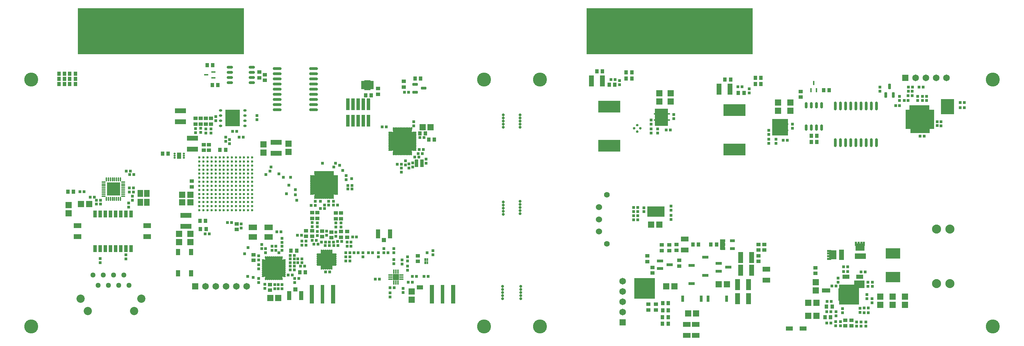
<source format=gts>
G04*
G04 #@! TF.GenerationSoftware,Altium Limited,Altium Designer,21.5.1 (32)*
G04*
G04 Layer_Color=8388736*
%FSLAX25Y25*%
%MOIN*%
G70*
G04*
G04 #@! TF.SameCoordinates,DFD27BC7-BC2E-4EA6-85E0-B657734EDDAB*
G04*
G04*
G04 #@! TF.FilePolarity,Negative*
G04*
G01*
G75*
%ADD15R,0.21300X0.11400*%
%ADD16R,0.01775X0.04375*%
%ADD27R,0.10600X0.10600*%
%ADD28R,0.01200X0.03200*%
%ADD29R,0.03200X0.01200*%
%ADD31R,0.02800X0.05900*%
%ADD32R,0.05900X0.02800*%
G04:AMPARAMS|DCode=34|XSize=51.18mil|YSize=23.62mil|CornerRadius=2.01mil|HoleSize=0mil|Usage=FLASHONLY|Rotation=90.000|XOffset=0mil|YOffset=0mil|HoleType=Round|Shape=RoundedRectangle|*
%AMROUNDEDRECTD34*
21,1,0.05118,0.01961,0,0,90.0*
21,1,0.04717,0.02362,0,0,90.0*
1,1,0.00402,0.00980,0.02358*
1,1,0.00402,0.00980,-0.02358*
1,1,0.00402,-0.00980,-0.02358*
1,1,0.00402,-0.00980,0.02358*
%
%ADD34ROUNDEDRECTD34*%
%ADD35R,0.02264X0.01378*%
%ADD36R,0.01378X0.02264*%
%ADD78R,0.03900X0.06100*%
%ADD80R,0.04375X0.01775*%
%ADD96R,0.01378X0.02264*%
%ADD97R,0.02264X0.01378*%
G04:AMPARAMS|DCode=98|XSize=51.18mil|YSize=23.62mil|CornerRadius=2.01mil|HoleSize=0mil|Usage=FLASHONLY|Rotation=0.000|XOffset=0mil|YOffset=0mil|HoleType=Round|Shape=RoundedRectangle|*
%AMROUNDEDRECTD98*
21,1,0.05118,0.01961,0,0,0.0*
21,1,0.04717,0.02362,0,0,0.0*
1,1,0.00402,0.02358,-0.00980*
1,1,0.00402,-0.02358,-0.00980*
1,1,0.00402,-0.02358,0.00980*
1,1,0.00402,0.02358,0.00980*
%
%ADD98ROUNDEDRECTD98*%
%ADD99R,0.04134X0.08661*%
%ADD100R,0.03937X0.04134*%
%ADD101R,0.03937X0.17953*%
%ADD102R,0.03347X0.17953*%
%ADD111C,0.08800*%
%ADD113C,0.06000*%
%ADD156R,0.13000X0.16500*%
%ADD157R,0.10000X0.07500*%
%ADD158R,0.08000X0.04000*%
%ADD159R,0.05000X0.10000*%
%ADD160R,0.11000X0.05500*%
%ADD161R,0.03000X0.12000*%
%ADD162R,0.19500X0.19500*%
%ADD163R,0.20500X0.20500*%
%ADD164R,0.16500X0.10000*%
%ADD165R,0.15500X0.16000*%
%ADD166R,0.18500X0.06000*%
%ADD167R,0.06000X0.18500*%
%ADD168R,0.19500X0.05500*%
%ADD169R,0.06500X0.18500*%
%ADD170R,0.13000X0.15000*%
%ADD171R,1.61500X0.44500*%
%ADD172R,0.06000X0.04200*%
%ADD173R,0.00500X0.02000*%
%ADD174R,0.03400X0.01000*%
%ADD175R,0.27000X0.19000*%
%ADD176R,0.19000X0.27000*%
%ADD177R,0.06000X0.08000*%
%ADD178R,0.03500X0.08000*%
%ADD179R,0.06000X0.03000*%
%ADD180R,0.19000X0.12000*%
%ADD181R,0.11000X0.19000*%
%ADD182R,0.27000X0.18000*%
%ADD183R,0.18000X0.27000*%
%ADD184R,0.23000X0.17000*%
%ADD185R,0.17000X0.23000*%
%ADD186R,0.02559X0.02953*%
%ADD187R,0.06890X0.03937*%
%ADD188R,0.02953X0.02559*%
%ADD189R,0.04665X0.03307*%
%ADD190R,0.02106X0.03307*%
%ADD191O,0.02762X0.06109*%
%ADD192R,0.04591X0.01791*%
%ADD193R,0.01791X0.04591*%
%ADD194R,0.17091X0.17091*%
%ADD195O,0.02953X0.01535*%
%ADD196O,0.01535X0.02953*%
%ADD197R,0.08661X0.08661*%
%ADD198R,0.03937X0.01693*%
%ADD199R,0.01693X0.03937*%
%ADD200R,0.10236X0.10236*%
%ADD201R,0.06496X0.06102*%
%ADD202R,0.06102X0.06496*%
%ADD203R,0.04921X0.03150*%
%ADD204O,0.02953X0.08465*%
%ADD205R,0.03937X0.01968*%
%ADD206R,0.06890X0.10039*%
%ADD207R,0.03740X0.04134*%
%ADD208R,0.04134X0.03740*%
%ADD209R,0.07284X0.04921*%
%ADD210R,0.06299X0.02953*%
%ADD211R,0.02191X0.04491*%
%ADD212R,0.04491X0.02191*%
%ADD213R,0.14091X0.10091*%
%ADD214R,0.30891X0.40591*%
%ADD215R,0.02559X0.40591*%
%ADD216R,0.04921X0.10827*%
%ADD217O,0.03150X0.02362*%
%ADD218R,0.13976X0.16339*%
%ADD219R,0.18701X0.18701*%
%ADD220O,0.04331X0.01378*%
%ADD221O,0.01378X0.04331*%
%ADD222R,0.02591X0.02591*%
%ADD223R,0.05709X0.06693*%
%ADD224R,0.12795X0.12795*%
%ADD225O,0.03937X0.01575*%
%ADD226O,0.01575X0.03937*%
%ADD227R,0.02284X0.02815*%
%ADD228R,0.01496X0.02815*%
%ADD229R,0.02815X0.01496*%
%ADD230R,0.02815X0.02284*%
%ADD231R,0.06496X0.06496*%
%ADD232O,0.04134X0.01575*%
%ADD233O,0.01575X0.04134*%
%ADD234R,0.03976X0.06221*%
%ADD235O,0.02165X0.01772*%
%ADD236R,0.03583X0.07087*%
%ADD237O,0.06109X0.02762*%
G04:AMPARAMS|DCode=238|XSize=33.53mil|YSize=16.2mil|CornerRadius=3.95mil|HoleSize=0mil|Usage=FLASHONLY|Rotation=0.000|XOffset=0mil|YOffset=0mil|HoleType=Round|Shape=RoundedRectangle|*
%AMROUNDEDRECTD238*
21,1,0.03353,0.00830,0,0,0.0*
21,1,0.02562,0.01620,0,0,0.0*
1,1,0.00791,0.01281,-0.00415*
1,1,0.00791,-0.01281,-0.00415*
1,1,0.00791,-0.01281,0.00415*
1,1,0.00791,0.01281,0.00415*
%
%ADD238ROUNDEDRECTD238*%
G04:AMPARAMS|DCode=239|XSize=169.35mil|YSize=19.75mil|CornerRadius=3.97mil|HoleSize=0mil|Usage=FLASHONLY|Rotation=0.000|XOffset=0mil|YOffset=0mil|HoleType=Round|Shape=RoundedRectangle|*
%AMROUNDEDRECTD239*
21,1,0.16935,0.01181,0,0,0.0*
21,1,0.16142,0.01975,0,0,0.0*
1,1,0.00794,0.08071,-0.00591*
1,1,0.00794,-0.08071,-0.00591*
1,1,0.00794,-0.08071,0.00591*
1,1,0.00794,0.08071,0.00591*
%
%ADD239ROUNDEDRECTD239*%
G04:AMPARAMS|DCode=240|XSize=13.84mil|YSize=23.68mil|CornerRadius=3.97mil|HoleSize=0mil|Usage=FLASHONLY|Rotation=90.000|XOffset=0mil|YOffset=0mil|HoleType=Round|Shape=RoundedRectangle|*
%AMROUNDEDRECTD240*
21,1,0.01384,0.01575,0,0,90.0*
21,1,0.00591,0.02368,0,0,90.0*
1,1,0.00794,0.00787,0.00295*
1,1,0.00794,0.00787,-0.00295*
1,1,0.00794,-0.00787,-0.00295*
1,1,0.00794,-0.00787,0.00295*
%
%ADD240ROUNDEDRECTD240*%
G04:AMPARAMS|DCode=241|XSize=13.84mil|YSize=23.68mil|CornerRadius=3.97mil|HoleSize=0mil|Usage=FLASHONLY|Rotation=0.000|XOffset=0mil|YOffset=0mil|HoleType=Round|Shape=RoundedRectangle|*
%AMROUNDEDRECTD241*
21,1,0.01384,0.01575,0,0,0.0*
21,1,0.00591,0.02368,0,0,0.0*
1,1,0.00794,0.00295,-0.00787*
1,1,0.00794,-0.00295,-0.00787*
1,1,0.00794,-0.00295,0.00787*
1,1,0.00794,0.00295,0.00787*
%
%ADD241ROUNDEDRECTD241*%
G04:AMPARAMS|DCode=242|XSize=13.84mil|YSize=47.31mil|CornerRadius=3.97mil|HoleSize=0mil|Usage=FLASHONLY|Rotation=0.000|XOffset=0mil|YOffset=0mil|HoleType=Round|Shape=RoundedRectangle|*
%AMROUNDEDRECTD242*
21,1,0.01384,0.03937,0,0,0.0*
21,1,0.00591,0.04731,0,0,0.0*
1,1,0.00794,0.00295,-0.01968*
1,1,0.00794,-0.00295,-0.01968*
1,1,0.00794,-0.00295,0.01968*
1,1,0.00794,0.00295,0.01968*
%
%ADD242ROUNDEDRECTD242*%
G04:AMPARAMS|DCode=243|XSize=169.35mil|YSize=113.84mil|CornerRadius=4.2mil|HoleSize=0mil|Usage=FLASHONLY|Rotation=0.000|XOffset=0mil|YOffset=0mil|HoleType=Round|Shape=RoundedRectangle|*
%AMROUNDEDRECTD243*
21,1,0.16935,0.10545,0,0,0.0*
21,1,0.16096,0.11384,0,0,0.0*
1,1,0.00839,0.08048,-0.05272*
1,1,0.00839,-0.08048,-0.05272*
1,1,0.00839,-0.08048,0.05272*
1,1,0.00839,0.08048,0.05272*
%
%ADD243ROUNDEDRECTD243*%
%ADD244C,0.02362*%
%ADD245R,0.03504X0.11575*%
%ADD246R,0.03543X0.03347*%
%ADD247R,0.08491X0.05291*%
%ADD248R,0.17520X0.17520*%
%ADD249O,0.03740X0.01575*%
%ADD250O,0.01575X0.03740*%
%ADD251O,0.08465X0.02953*%
%ADD252R,0.09646X0.09646*%
%ADD253R,0.02591X0.02591*%
%ADD254R,0.10827X0.04921*%
%ADD255C,0.02800*%
%ADD256C,0.13591*%
%ADD257C,0.05591*%
%ADD258C,0.06496*%
%ADD259R,0.06496X0.06496*%
%ADD260C,0.07991*%
%ADD261C,0.05091*%
G36*
X731101Y325763D02*
X731493Y325502D01*
X731754Y325110D01*
X731846Y324648D01*
X731754Y324186D01*
X731493Y323794D01*
X731101Y323532D01*
X730639Y323440D01*
X730177Y323532D01*
X729785Y323794D01*
X729523Y324186D01*
X729431Y324648D01*
X729523Y325110D01*
X729785Y325502D01*
X730177Y325763D01*
X730639Y325855D01*
X731101Y325763D01*
D02*
G37*
G36*
X734152Y322712D02*
X734544Y322450D01*
X734806Y322059D01*
X734898Y321597D01*
X734806Y321134D01*
X734544Y320743D01*
X734152Y320481D01*
X733690Y320389D01*
X733228Y320481D01*
X732836Y320743D01*
X732575Y321134D01*
X732483Y321597D01*
X732575Y322059D01*
X732836Y322450D01*
X733228Y322712D01*
X733690Y322804D01*
X734152Y322712D01*
D02*
G37*
G36*
X728050D02*
X728442Y322450D01*
X728703Y322059D01*
X728795Y321597D01*
X728703Y321134D01*
X728442Y320743D01*
X728050Y320481D01*
X727588Y320389D01*
X727126Y320481D01*
X726734Y320743D01*
X726472Y321134D01*
X726380Y321597D01*
X726472Y322059D01*
X726734Y322450D01*
X727126Y322712D01*
X727588Y322804D01*
X728050Y322712D01*
D02*
G37*
G36*
X731101Y319661D02*
X731493Y319399D01*
X731754Y319007D01*
X731846Y318545D01*
X731754Y318083D01*
X731493Y317692D01*
X731101Y317430D01*
X730639Y317338D01*
X730177Y317430D01*
X729785Y317692D01*
X729523Y318083D01*
X729431Y318545D01*
X729523Y319007D01*
X729785Y319399D01*
X730177Y319661D01*
X730639Y319753D01*
X731101Y319661D01*
D02*
G37*
G36*
X846160Y315720D02*
X846552Y315459D01*
X846814Y315067D01*
X846906Y314605D01*
X846814Y314143D01*
X846552Y313751D01*
X846160Y313489D01*
X845698Y313397D01*
X845236Y313489D01*
X844845Y313751D01*
X844583Y314143D01*
X844491Y314605D01*
X844583Y315067D01*
X844845Y315459D01*
X845236Y315720D01*
X845698Y315812D01*
X846160Y315720D01*
D02*
G37*
G36*
X707093Y314763D02*
X707485Y314502D01*
X707747Y314110D01*
X707839Y313648D01*
X707747Y313186D01*
X707485Y312794D01*
X707093Y312532D01*
X706631Y312440D01*
X706169Y312532D01*
X705777Y312794D01*
X705516Y313186D01*
X705424Y313648D01*
X705516Y314110D01*
X705777Y314502D01*
X706169Y314763D01*
X706631Y314855D01*
X707093Y314763D01*
D02*
G37*
G36*
X849212Y312669D02*
X849603Y312407D01*
X849865Y312016D01*
X849957Y311554D01*
X849865Y311092D01*
X849603Y310700D01*
X849212Y310438D01*
X848750Y310346D01*
X848287Y310438D01*
X847896Y310700D01*
X847634Y311092D01*
X847542Y311554D01*
X847634Y312016D01*
X847896Y312407D01*
X848287Y312669D01*
X848750Y312761D01*
X849212Y312669D01*
D02*
G37*
G36*
X843109D02*
X843501Y312407D01*
X843763Y312016D01*
X843855Y311554D01*
X843763Y311092D01*
X843501Y310700D01*
X843109Y310438D01*
X842647Y310346D01*
X842185Y310438D01*
X841793Y310700D01*
X841532Y311092D01*
X841440Y311554D01*
X841532Y312016D01*
X841793Y312407D01*
X842185Y312669D01*
X842647Y312761D01*
X843109Y312669D01*
D02*
G37*
G36*
X710144Y311712D02*
X710536Y311450D01*
X710798Y311059D01*
X710890Y310597D01*
X710798Y310135D01*
X710536Y309743D01*
X710144Y309481D01*
X709682Y309389D01*
X709220Y309481D01*
X708828Y309743D01*
X708567Y310135D01*
X708475Y310597D01*
X708567Y311059D01*
X708828Y311450D01*
X709220Y311712D01*
X709682Y311804D01*
X710144Y311712D01*
D02*
G37*
G36*
X704042D02*
X704434Y311450D01*
X704696Y311059D01*
X704787Y310597D01*
X704696Y310135D01*
X704434Y309743D01*
X704042Y309481D01*
X703580Y309389D01*
X703118Y309481D01*
X702726Y309743D01*
X702464Y310135D01*
X702373Y310597D01*
X702464Y311059D01*
X702726Y311450D01*
X703118Y311712D01*
X703580Y311804D01*
X704042Y311712D01*
D02*
G37*
G36*
X846160Y309618D02*
X846552Y309356D01*
X846814Y308964D01*
X846906Y308502D01*
X846814Y308040D01*
X846552Y307649D01*
X846160Y307387D01*
X845698Y307295D01*
X845236Y307387D01*
X844845Y307649D01*
X844583Y308040D01*
X844491Y308502D01*
X844583Y308964D01*
X844845Y309356D01*
X845236Y309618D01*
X845698Y309710D01*
X846160Y309618D01*
D02*
G37*
G36*
X707093Y308661D02*
X707485Y308399D01*
X707747Y308008D01*
X707839Y307545D01*
X707747Y307083D01*
X707485Y306692D01*
X707093Y306430D01*
X706631Y306338D01*
X706169Y306430D01*
X705777Y306692D01*
X705516Y307083D01*
X705424Y307545D01*
X705516Y308008D01*
X705777Y308399D01*
X706169Y308661D01*
X706631Y308753D01*
X707093Y308661D01*
D02*
G37*
G36*
X352545Y211850D02*
X344646D01*
Y216550D01*
X352545D01*
Y211850D01*
D02*
G37*
G36*
X337245D02*
X329345D01*
Y216550D01*
X337245D01*
Y211850D01*
D02*
G37*
G36*
X352545Y202450D02*
X344646D01*
Y207150D01*
X352545D01*
Y202450D01*
D02*
G37*
G36*
X337245D02*
X329345D01*
Y207150D01*
X337245D01*
Y202450D01*
D02*
G37*
G36*
X927535Y191650D02*
X918735D01*
Y198450D01*
X927535D01*
Y191650D01*
D02*
G37*
G36*
X900035Y183150D02*
X893235D01*
Y191950D01*
X900035D01*
Y183150D01*
D02*
G37*
D15*
X801135Y289950D02*
D03*
Y328150D02*
D03*
X679635Y293450D02*
D03*
Y331650D02*
D03*
D16*
X878185Y354636D02*
D03*
X880941Y347550D02*
D03*
X875429D02*
D03*
D27*
X713477Y155219D02*
D03*
D28*
X717315Y147769D02*
D03*
X714756D02*
D03*
X712197D02*
D03*
X709638D02*
D03*
Y162669D02*
D03*
X712197D02*
D03*
X714756D02*
D03*
X717315D02*
D03*
D29*
X706027Y151381D02*
D03*
Y153940D02*
D03*
Y156499D02*
D03*
Y159058D02*
D03*
X720927D02*
D03*
Y156499D02*
D03*
Y153940D02*
D03*
Y151381D02*
D03*
D31*
X793385Y144959D02*
D03*
X775485D02*
D03*
X750985D02*
D03*
X768885D02*
D03*
D32*
X772935Y185409D02*
D03*
Y167509D02*
D03*
X759435Y177410D02*
D03*
Y159510D02*
D03*
D34*
X951905Y351343D02*
D03*
X955645Y343076D02*
D03*
X948165D02*
D03*
D35*
X1004393Y329548D02*
D03*
Y331517D02*
D03*
Y333485D02*
D03*
X1011578D02*
D03*
Y331517D02*
D03*
Y329548D02*
D03*
D36*
X1005033Y336093D02*
D03*
X1007001D02*
D03*
X1008970D02*
D03*
X1010938D02*
D03*
Y326940D02*
D03*
X1008970D02*
D03*
X1007001D02*
D03*
X1005033D02*
D03*
D78*
X260646Y169665D02*
D03*
X273245D02*
D03*
Y190335D02*
D03*
X260646D02*
D03*
D80*
X294989Y359744D02*
D03*
Y365256D02*
D03*
X287902Y362500D02*
D03*
D96*
X442477Y356093D02*
D03*
X444446D02*
D03*
X446414D02*
D03*
Y348907D02*
D03*
X444446D02*
D03*
X442477D02*
D03*
D97*
X449022Y355453D02*
D03*
Y353484D02*
D03*
Y351516D02*
D03*
Y349547D02*
D03*
X439869D02*
D03*
Y351516D02*
D03*
Y353484D02*
D03*
Y355453D02*
D03*
D98*
X499079Y349500D02*
D03*
X490812Y345760D02*
D03*
Y353240D02*
D03*
D99*
X368638Y148000D02*
D03*
X380253D02*
D03*
X466437Y208000D02*
D03*
X454823D02*
D03*
D100*
X374446Y154004D02*
D03*
X460630Y201996D02*
D03*
D101*
X507315Y149177D02*
D03*
X527945D02*
D03*
X390631D02*
D03*
X411260D02*
D03*
D102*
X517630D02*
D03*
X400946D02*
D03*
D111*
X1010635Y159550D02*
D03*
X997635D02*
D03*
X1010635Y212550D02*
D03*
X997635D02*
D03*
D113*
X669635Y210250D02*
D03*
Y222050D02*
D03*
Y233850D02*
D03*
D156*
X730135Y321300D02*
D03*
D157*
X922635Y158800D02*
D03*
D158*
X890135Y153050D02*
D03*
D159*
X789635Y197550D02*
D03*
X905135Y187550D02*
D03*
D160*
X923635Y186300D02*
D03*
D161*
X903635Y149050D02*
D03*
D162*
X912385Y148800D02*
D03*
D163*
X713885Y154800D02*
D03*
D164*
X724885Y229550D02*
D03*
D165*
X845385Y311550D02*
D03*
D166*
X981385Y309050D02*
D03*
D167*
X992135Y319300D02*
D03*
D168*
X980885Y330300D02*
D03*
D169*
X970885Y319300D02*
D03*
D170*
X1008135Y331550D02*
D03*
D171*
X738135Y405050D02*
D03*
X243946Y405000D02*
D03*
D172*
X495635Y155900D02*
D03*
D173*
X487696Y310500D02*
D03*
D174*
X497625Y276500D02*
D03*
X492266D02*
D03*
D175*
X402446Y255500D02*
D03*
D176*
D03*
D177*
X444446Y351500D02*
D03*
D178*
X448696Y352500D02*
D03*
X440196D02*
D03*
D179*
X444446Y356000D02*
D03*
D180*
X404946Y183000D02*
D03*
D181*
D03*
D182*
X478445Y298000D02*
D03*
D183*
D03*
D184*
X353446Y174500D02*
D03*
D185*
D03*
D186*
X901954Y160927D02*
D03*
Y164864D02*
D03*
X983679Y337669D02*
D03*
Y341606D02*
D03*
X987986Y337548D02*
D03*
Y341485D02*
D03*
X979014Y337669D02*
D03*
Y341606D02*
D03*
X739601Y230981D02*
D03*
Y234918D02*
D03*
X689635Y353081D02*
D03*
Y357018D02*
D03*
X720135Y318518D02*
D03*
Y314581D02*
D03*
X742135Y324018D02*
D03*
Y320081D02*
D03*
X815635Y345081D02*
D03*
Y349018D02*
D03*
X834635Y308518D02*
D03*
Y304581D02*
D03*
X857635Y314518D02*
D03*
Y310581D02*
D03*
X923135Y135518D02*
D03*
Y131581D02*
D03*
X924293Y122297D02*
D03*
Y118360D02*
D03*
X928793Y122297D02*
D03*
Y118360D02*
D03*
X904135Y118581D02*
D03*
Y122518D02*
D03*
X919793Y118360D02*
D03*
Y122297D02*
D03*
X899793Y132297D02*
D03*
Y128360D02*
D03*
X930793Y156860D02*
D03*
Y160797D02*
D03*
X935293Y156860D02*
D03*
Y160797D02*
D03*
X899635Y122518D02*
D03*
Y118581D02*
D03*
X942645Y350544D02*
D03*
Y346607D02*
D03*
X961645Y341544D02*
D03*
Y337607D02*
D03*
X998014Y317074D02*
D03*
Y313137D02*
D03*
X1001985Y316985D02*
D03*
Y313048D02*
D03*
X739601Y221981D02*
D03*
Y225918D02*
D03*
X713101Y229481D02*
D03*
Y233418D02*
D03*
X720135Y310018D02*
D03*
Y306081D02*
D03*
X726635Y310018D02*
D03*
Y306081D02*
D03*
X834635Y300018D02*
D03*
Y296081D02*
D03*
X841635Y300018D02*
D03*
Y296081D02*
D03*
X929793Y148797D02*
D03*
Y144860D02*
D03*
X934793Y144797D02*
D03*
Y140860D02*
D03*
X906293Y135297D02*
D03*
Y131360D02*
D03*
X924293Y160797D02*
D03*
Y156860D02*
D03*
X479130Y151031D02*
D03*
Y154969D02*
D03*
X297130Y318032D02*
D03*
Y321969D02*
D03*
X337130Y322969D02*
D03*
Y319032D02*
D03*
X212630Y234032D02*
D03*
Y237968D02*
D03*
X216130Y244468D02*
D03*
Y240531D02*
D03*
X460630Y189532D02*
D03*
Y193468D02*
D03*
X455130Y185531D02*
D03*
Y189469D02*
D03*
X440130Y185531D02*
D03*
Y189469D02*
D03*
X470130Y193468D02*
D03*
Y189532D02*
D03*
X508130Y191469D02*
D03*
Y187531D02*
D03*
X483630Y185468D02*
D03*
Y181532D02*
D03*
X478130Y182468D02*
D03*
Y178532D02*
D03*
X470130Y179032D02*
D03*
Y182968D02*
D03*
X483630Y176469D02*
D03*
Y172531D02*
D03*
X466630Y146531D02*
D03*
Y150469D02*
D03*
X310445Y299468D02*
D03*
Y295532D02*
D03*
X395946Y218724D02*
D03*
Y214787D02*
D03*
X373945Y160563D02*
D03*
Y164500D02*
D03*
X354446Y158468D02*
D03*
Y154532D02*
D03*
X338945Y182531D02*
D03*
Y186469D02*
D03*
X361445Y192032D02*
D03*
Y195968D02*
D03*
X344945Y155032D02*
D03*
Y158968D02*
D03*
X338946Y164469D02*
D03*
Y160531D02*
D03*
X351945Y192032D02*
D03*
Y195968D02*
D03*
X355445Y192032D02*
D03*
Y195968D02*
D03*
X357945Y158468D02*
D03*
Y154532D02*
D03*
X384945Y197031D02*
D03*
Y200969D02*
D03*
X380945Y197031D02*
D03*
Y200969D02*
D03*
X184945Y180032D02*
D03*
Y183968D02*
D03*
X209946Y183500D02*
D03*
Y187437D02*
D03*
X277446Y306287D02*
D03*
Y310224D02*
D03*
X287445Y306031D02*
D03*
Y309968D02*
D03*
X282445Y306532D02*
D03*
Y310469D02*
D03*
X292445Y306031D02*
D03*
Y309968D02*
D03*
X321946Y217469D02*
D03*
Y213531D02*
D03*
X306945Y298031D02*
D03*
Y301969D02*
D03*
X404945Y206532D02*
D03*
Y210469D02*
D03*
X423945Y260531D02*
D03*
Y264469D02*
D03*
X424945Y196031D02*
D03*
Y199969D02*
D03*
X428445Y196031D02*
D03*
Y199969D02*
D03*
X481445Y275031D02*
D03*
Y278969D02*
D03*
X390946Y218969D02*
D03*
Y215032D02*
D03*
X418946Y218468D02*
D03*
Y214531D02*
D03*
X413945Y218468D02*
D03*
Y214531D02*
D03*
X477446Y271969D02*
D03*
Y268032D02*
D03*
X361445Y203468D02*
D03*
Y199531D02*
D03*
X345445Y193468D02*
D03*
Y189532D02*
D03*
X338946Y177969D02*
D03*
Y174031D02*
D03*
X341945Y193532D02*
D03*
Y197468D02*
D03*
X361445Y158468D02*
D03*
Y154532D02*
D03*
X395946Y210224D02*
D03*
Y206287D02*
D03*
X413945Y209469D02*
D03*
Y205532D02*
D03*
X427446Y185468D02*
D03*
Y181532D02*
D03*
X423446Y185468D02*
D03*
Y181532D02*
D03*
X484945Y272031D02*
D03*
Y275969D02*
D03*
X488445Y273031D02*
D03*
Y276969D02*
D03*
X501445Y280469D02*
D03*
Y276532D02*
D03*
X489630Y316968D02*
D03*
Y313032D02*
D03*
D187*
X922986Y166329D02*
D03*
X909600D02*
D03*
X867828Y116050D02*
D03*
X854442D02*
D03*
D188*
X924324Y170829D02*
D03*
X969954Y337517D02*
D03*
X966017D02*
D03*
X969858Y342399D02*
D03*
X973794D02*
D03*
X970017Y346517D02*
D03*
X973954D02*
D03*
X707070Y221450D02*
D03*
X703133D02*
D03*
X707070Y225450D02*
D03*
X703133D02*
D03*
X707070Y233450D02*
D03*
X703133D02*
D03*
X961614Y332576D02*
D03*
X957677D02*
D03*
X685104Y358050D02*
D03*
X681167D02*
D03*
X808603Y351050D02*
D03*
X804667D02*
D03*
X931261Y135829D02*
D03*
X927324D02*
D03*
X895824Y157329D02*
D03*
X899761D02*
D03*
X891324Y142329D02*
D03*
X895261D02*
D03*
X894761Y121329D02*
D03*
X890824D02*
D03*
X907324Y171329D02*
D03*
X911261D02*
D03*
X1020517Y335517D02*
D03*
X1024454D02*
D03*
X1020517Y330517D02*
D03*
X1024454D02*
D03*
X980667Y350550D02*
D03*
X984604D02*
D03*
X981517Y303017D02*
D03*
X985454D02*
D03*
X974104Y350550D02*
D03*
X970166D02*
D03*
X707070Y229450D02*
D03*
X703133D02*
D03*
X734938Y309050D02*
D03*
X738875D02*
D03*
X848666Y299050D02*
D03*
X852604D02*
D03*
X927324Y131329D02*
D03*
X931261D02*
D03*
X928261Y170829D02*
D03*
X894761Y132329D02*
D03*
X890824D02*
D03*
X911261Y175829D02*
D03*
X907324D02*
D03*
X313661Y307500D02*
D03*
X317598D02*
D03*
X213161Y248500D02*
D03*
X217098D02*
D03*
X217098Y252500D02*
D03*
X213161D02*
D03*
X217598Y265500D02*
D03*
X213661D02*
D03*
X210161Y269000D02*
D03*
X214098D02*
D03*
X179098Y243500D02*
D03*
X175161D02*
D03*
X169067Y249000D02*
D03*
X165130D02*
D03*
X181161Y240500D02*
D03*
X185098D02*
D03*
X181161Y237000D02*
D03*
X185098D02*
D03*
X460661Y189500D02*
D03*
X464598D02*
D03*
X449598Y189500D02*
D03*
X445661D02*
D03*
X503598Y166500D02*
D03*
X499661D02*
D03*
X492098Y166500D02*
D03*
X488161D02*
D03*
X488098Y161000D02*
D03*
X484161D02*
D03*
X466661Y155500D02*
D03*
X470598D02*
D03*
X456098Y164000D02*
D03*
X452161D02*
D03*
X435598Y189500D02*
D03*
X431661D02*
D03*
X430008Y205000D02*
D03*
X433946D02*
D03*
X377914Y164500D02*
D03*
X373977D02*
D03*
X369477Y187000D02*
D03*
X373414D02*
D03*
X379477Y176500D02*
D03*
X383414D02*
D03*
X369477Y183500D02*
D03*
X373414D02*
D03*
X369477Y180000D02*
D03*
X373414D02*
D03*
X380914Y180000D02*
D03*
X376977D02*
D03*
X376477Y206500D02*
D03*
X380414D02*
D03*
X393914Y235500D02*
D03*
X389977D02*
D03*
X392477Y198000D02*
D03*
X396414D02*
D03*
X402914Y232500D02*
D03*
X398977D02*
D03*
X290914Y208000D02*
D03*
X286977D02*
D03*
X308477Y219000D02*
D03*
X312414D02*
D03*
X323914Y302000D02*
D03*
X319977D02*
D03*
X429414Y255000D02*
D03*
X425477D02*
D03*
X399977Y200000D02*
D03*
X403914D02*
D03*
X411477Y236000D02*
D03*
X415414D02*
D03*
X415914Y196500D02*
D03*
X411977D02*
D03*
X402977Y236000D02*
D03*
X406914D02*
D03*
X411414Y200000D02*
D03*
X407477D02*
D03*
X407414Y196500D02*
D03*
X403477D02*
D03*
X427414Y189500D02*
D03*
X423477D02*
D03*
X484414Y345500D02*
D03*
X480477D02*
D03*
X499414Y301500D02*
D03*
X495477D02*
D03*
X380914Y183500D02*
D03*
X376977D02*
D03*
X356477Y210000D02*
D03*
X360414D02*
D03*
X373414Y176500D02*
D03*
X369477D02*
D03*
X373414Y173000D02*
D03*
X369477D02*
D03*
X394914Y201500D02*
D03*
X390977D02*
D03*
X429446Y251500D02*
D03*
X425508D02*
D03*
X415477Y200500D02*
D03*
X419414D02*
D03*
X403977Y171000D02*
D03*
X407914D02*
D03*
X371414Y168000D02*
D03*
X367477D02*
D03*
X462914Y312000D02*
D03*
X458977D02*
D03*
X490477Y282500D02*
D03*
X494414D02*
D03*
X494977Y290000D02*
D03*
X498914D02*
D03*
X493977Y286000D02*
D03*
X497914D02*
D03*
X473477Y275500D02*
D03*
X477414D02*
D03*
D189*
X889137Y152829D02*
D03*
D190*
X892728D02*
D03*
D191*
X870929Y332778D02*
D03*
X875929D02*
D03*
X880929D02*
D03*
X885929D02*
D03*
Y311321D02*
D03*
X880929D02*
D03*
X875929D02*
D03*
X870929D02*
D03*
D192*
X970267Y327194D02*
D03*
Y324635D02*
D03*
Y322076D02*
D03*
Y319517D02*
D03*
Y316958D02*
D03*
Y314399D02*
D03*
Y311840D02*
D03*
X992267Y311840D02*
D03*
Y314399D02*
D03*
Y316958D02*
D03*
Y319517D02*
D03*
Y322076D02*
D03*
Y324635D02*
D03*
Y327194D02*
D03*
D193*
X973590Y308517D02*
D03*
X976149D02*
D03*
X978708D02*
D03*
X981267D02*
D03*
X983826D02*
D03*
X986385D02*
D03*
X988944D02*
D03*
X988944Y330517D02*
D03*
X986385D02*
D03*
X983826D02*
D03*
X981267D02*
D03*
X978708D02*
D03*
X976149D02*
D03*
X973590D02*
D03*
D194*
X981267Y319517D02*
D03*
D195*
X737135Y324550D02*
D03*
X724143D02*
D03*
Y318644D02*
D03*
X737135D02*
D03*
X852194Y314507D02*
D03*
X839202D02*
D03*
Y308601D02*
D03*
X852194D02*
D03*
D196*
X734576Y328093D02*
D03*
X732607D02*
D03*
X730639D02*
D03*
X728670D02*
D03*
X726702D02*
D03*
Y315101D02*
D03*
X728670D02*
D03*
X730639D02*
D03*
X732607D02*
D03*
X734576D02*
D03*
X849635Y318050D02*
D03*
X847666D02*
D03*
X845698D02*
D03*
X843729D02*
D03*
X841761D02*
D03*
Y305058D02*
D03*
X843729D02*
D03*
X845698D02*
D03*
X847666D02*
D03*
X849635D02*
D03*
D197*
X730639Y321597D02*
D03*
X845698Y311554D02*
D03*
D198*
X904293Y153829D02*
D03*
Y151860D02*
D03*
Y149892D02*
D03*
Y147923D02*
D03*
Y145955D02*
D03*
Y143986D02*
D03*
X919844D02*
D03*
Y145955D02*
D03*
Y147923D02*
D03*
Y149892D02*
D03*
Y151860D02*
D03*
Y153829D02*
D03*
D199*
X907146Y141132D02*
D03*
X909115D02*
D03*
X911084D02*
D03*
X913053D02*
D03*
X915022D02*
D03*
X916991D02*
D03*
Y156683D02*
D03*
X915022D02*
D03*
X913053D02*
D03*
X911084D02*
D03*
X909115D02*
D03*
X907146D02*
D03*
D200*
X912068Y148907D02*
D03*
D201*
X942793Y146766D02*
D03*
Y138892D02*
D03*
X880293Y160766D02*
D03*
Y152892D02*
D03*
X728135Y344487D02*
D03*
Y336613D02*
D03*
X739135Y344487D02*
D03*
Y336613D02*
D03*
X843635Y335487D02*
D03*
Y327613D02*
D03*
X855635Y335487D02*
D03*
Y327613D02*
D03*
X966793Y146766D02*
D03*
Y138892D02*
D03*
X954793Y146766D02*
D03*
Y138892D02*
D03*
X154130Y228063D02*
D03*
Y235937D02*
D03*
X487630Y144063D02*
D03*
Y151937D02*
D03*
X261630Y207937D02*
D03*
Y200063D02*
D03*
X272630Y207937D02*
D03*
Y200063D02*
D03*
X367946Y287563D02*
D03*
Y295437D02*
D03*
X343445Y287063D02*
D03*
Y294937D02*
D03*
D202*
X728038Y216950D02*
D03*
X720164D02*
D03*
X872900Y128394D02*
D03*
X880775D02*
D03*
X872900Y140894D02*
D03*
X880775D02*
D03*
X793872Y158959D02*
D03*
X785998D02*
D03*
X734998Y156959D02*
D03*
X742872D02*
D03*
X756040Y130719D02*
D03*
X763914D02*
D03*
X166193Y237000D02*
D03*
X174067D02*
D03*
X272382Y246000D02*
D03*
X264508D02*
D03*
X272382Y238500D02*
D03*
X264508D02*
D03*
X350008Y145500D02*
D03*
X357882D02*
D03*
X506001Y311500D02*
D03*
X498127D02*
D03*
D203*
X789711Y201200D02*
D03*
Y197459D02*
D03*
Y193719D02*
D03*
X799159D02*
D03*
Y201200D02*
D03*
D204*
X939326Y332115D02*
D03*
X934326D02*
D03*
X929326D02*
D03*
X924326D02*
D03*
X919326D02*
D03*
X914326D02*
D03*
X909326D02*
D03*
X904326D02*
D03*
X899326D02*
D03*
X939326Y296682D02*
D03*
X934326D02*
D03*
X929326D02*
D03*
X924326D02*
D03*
X919326D02*
D03*
X914326D02*
D03*
X909326D02*
D03*
X904326D02*
D03*
X899326D02*
D03*
D205*
X718987Y233450D02*
D03*
Y230891D02*
D03*
Y228332D02*
D03*
Y225773D02*
D03*
X730601D02*
D03*
Y228332D02*
D03*
Y230891D02*
D03*
Y233450D02*
D03*
D206*
X724794Y229611D02*
D03*
D207*
X889037Y126829D02*
D03*
X894549D02*
D03*
X731386Y140719D02*
D03*
X736898D02*
D03*
X731179Y126960D02*
D03*
X736691D02*
D03*
X766191Y197459D02*
D03*
X760679D02*
D03*
X695879Y365050D02*
D03*
X701391D02*
D03*
X821379Y359550D02*
D03*
X826891D02*
D03*
X896049Y137329D02*
D03*
X890537D02*
D03*
X695879Y359050D02*
D03*
X701391D02*
D03*
X821379Y353550D02*
D03*
X826891D02*
D03*
X797391Y358050D02*
D03*
X791879D02*
D03*
X881236Y303128D02*
D03*
X875724D02*
D03*
X875724Y297128D02*
D03*
X881236D02*
D03*
X887673Y347550D02*
D03*
X893185D02*
D03*
X679379Y353050D02*
D03*
X684891D02*
D03*
X804879Y345050D02*
D03*
X810391D02*
D03*
X783691Y197459D02*
D03*
X778179D02*
D03*
X731386Y133719D02*
D03*
X736898D02*
D03*
X736691Y120459D02*
D03*
X731179D02*
D03*
X672891Y366050D02*
D03*
X667379D02*
D03*
X509627Y299500D02*
D03*
X504115D02*
D03*
X250886Y286000D02*
D03*
X245374D02*
D03*
X153374Y249000D02*
D03*
X158886D02*
D03*
X160701Y353500D02*
D03*
X155190D02*
D03*
X160701Y358500D02*
D03*
X155190D02*
D03*
X160701Y363500D02*
D03*
X155190D02*
D03*
X500957Y305500D02*
D03*
X495445D02*
D03*
X144690Y353500D02*
D03*
X150201D02*
D03*
X144690Y358500D02*
D03*
X150201D02*
D03*
X144690Y363500D02*
D03*
X150201D02*
D03*
X287701Y212500D02*
D03*
X282190D02*
D03*
X306701Y289500D02*
D03*
X301190D02*
D03*
X375701Y191500D02*
D03*
X370190D02*
D03*
X384201Y170500D02*
D03*
X378690D02*
D03*
X294201Y372000D02*
D03*
X288690D02*
D03*
X287201Y220500D02*
D03*
X281690D02*
D03*
X293690Y352500D02*
D03*
X299201D02*
D03*
X442690Y342500D02*
D03*
X448201D02*
D03*
X496201Y359000D02*
D03*
X490690D02*
D03*
D208*
X721635Y169794D02*
D03*
Y175306D02*
D03*
X824666Y181114D02*
D03*
Y186625D02*
D03*
Y192113D02*
D03*
Y197625D02*
D03*
X747435Y182215D02*
D03*
Y176704D02*
D03*
X724977Y133964D02*
D03*
Y139475D02*
D03*
X730666Y197125D02*
D03*
Y191613D02*
D03*
X744977Y191964D02*
D03*
Y197475D02*
D03*
X716477Y186475D02*
D03*
Y180964D02*
D03*
X908793Y124085D02*
D03*
Y118573D02*
D03*
X914793Y124085D02*
D03*
Y118573D02*
D03*
X865635Y346306D02*
D03*
Y340794D02*
D03*
X879793Y169573D02*
D03*
Y175085D02*
D03*
X717642Y139475D02*
D03*
Y133964D02*
D03*
X830166Y192113D02*
D03*
Y197625D02*
D03*
X737856Y197275D02*
D03*
Y191763D02*
D03*
X285630Y289244D02*
D03*
Y294756D02*
D03*
X493630Y181244D02*
D03*
Y186756D02*
D03*
X384946Y205500D02*
D03*
Y211012D02*
D03*
X390946Y211012D02*
D03*
Y205500D02*
D03*
X400446Y205244D02*
D03*
Y210756D02*
D03*
X424945Y204744D02*
D03*
Y210256D02*
D03*
X418945Y210256D02*
D03*
Y204744D02*
D03*
X409445Y204244D02*
D03*
Y209756D02*
D03*
X277445Y320256D02*
D03*
Y314744D02*
D03*
X287445Y320256D02*
D03*
Y314744D02*
D03*
X282445Y320256D02*
D03*
Y314744D02*
D03*
X292445Y320256D02*
D03*
Y314744D02*
D03*
X317445Y212244D02*
D03*
Y217756D02*
D03*
X290445Y289244D02*
D03*
Y294756D02*
D03*
X273945Y259256D02*
D03*
Y253744D02*
D03*
X349945Y153244D02*
D03*
Y158756D02*
D03*
X333945Y187756D02*
D03*
Y182244D02*
D03*
X390946Y228512D02*
D03*
Y223000D02*
D03*
X395946Y228512D02*
D03*
Y223000D02*
D03*
X418945Y228256D02*
D03*
Y222744D02*
D03*
X413945Y228256D02*
D03*
Y222744D02*
D03*
X344945Y362756D02*
D03*
Y357244D02*
D03*
X339445Y359744D02*
D03*
Y365256D02*
D03*
X454945Y349256D02*
D03*
Y343744D02*
D03*
X479945Y356256D02*
D03*
Y350744D02*
D03*
D209*
X832166Y163054D02*
D03*
Y173684D02*
D03*
X752935Y202775D02*
D03*
Y192145D02*
D03*
X754977Y109404D02*
D03*
Y120034D02*
D03*
X763477Y109404D02*
D03*
Y120034D02*
D03*
X162945Y205185D02*
D03*
Y215815D02*
D03*
X230446D02*
D03*
Y205185D02*
D03*
D210*
X785809Y179200D02*
D03*
Y171719D02*
D03*
X795061Y175460D02*
D03*
X728977Y181719D02*
D03*
Y174239D02*
D03*
X738229Y177979D02*
D03*
D211*
X919296Y198425D02*
D03*
X921856D02*
D03*
X924415D02*
D03*
X926974D02*
D03*
Y186675D02*
D03*
X924415D02*
D03*
X921856D02*
D03*
X919296D02*
D03*
D212*
X893260Y183711D02*
D03*
Y186270D02*
D03*
Y188829D02*
D03*
Y191388D02*
D03*
X905010D02*
D03*
Y188829D02*
D03*
Y186270D02*
D03*
Y183711D02*
D03*
D213*
X955135Y189050D02*
D03*
Y166050D02*
D03*
D214*
X676735Y403325D02*
D03*
X724035D02*
D03*
X182545Y403275D02*
D03*
X229845D02*
D03*
D215*
X811785Y403325D02*
D03*
X808635D02*
D03*
X805485D02*
D03*
X802335D02*
D03*
X799185D02*
D03*
X796035D02*
D03*
X792885D02*
D03*
X786585D02*
D03*
X789735D02*
D03*
X783435D02*
D03*
X780285D02*
D03*
X777135D02*
D03*
X773985D02*
D03*
X770835D02*
D03*
X767685D02*
D03*
X764535D02*
D03*
X758235D02*
D03*
X755085D02*
D03*
X761385D02*
D03*
X814935D02*
D03*
X317596Y403275D02*
D03*
X314445D02*
D03*
X311296D02*
D03*
X308145D02*
D03*
X304995D02*
D03*
X301846D02*
D03*
X298695D02*
D03*
X292395D02*
D03*
X295546D02*
D03*
X289246D02*
D03*
X286095D02*
D03*
X282945D02*
D03*
X279796D02*
D03*
X276645D02*
D03*
X273496D02*
D03*
X270345D02*
D03*
X264046D02*
D03*
X260895D02*
D03*
X267196D02*
D03*
X320745D02*
D03*
D216*
X662320Y356550D02*
D03*
X672950D02*
D03*
X786320Y348550D02*
D03*
X796950D02*
D03*
X817750Y184959D02*
D03*
X807120D02*
D03*
X817750Y172459D02*
D03*
X807120D02*
D03*
X814750Y158459D02*
D03*
X804120D02*
D03*
X814750Y144959D02*
D03*
X804120D02*
D03*
D217*
X325539Y313000D02*
D03*
Y318000D02*
D03*
Y323000D02*
D03*
Y328000D02*
D03*
X301720D02*
D03*
Y323000D02*
D03*
Y318000D02*
D03*
Y313000D02*
D03*
D218*
X313630Y320500D02*
D03*
D219*
X478445Y298000D02*
D03*
D220*
X490060Y306661D02*
D03*
Y305087D02*
D03*
Y303512D02*
D03*
Y301937D02*
D03*
Y300362D02*
D03*
Y298787D02*
D03*
Y297213D02*
D03*
Y295638D02*
D03*
Y294063D02*
D03*
Y292488D02*
D03*
Y290913D02*
D03*
Y289339D02*
D03*
X466831D02*
D03*
Y290913D02*
D03*
Y292488D02*
D03*
Y294063D02*
D03*
Y295638D02*
D03*
Y297213D02*
D03*
Y298787D02*
D03*
Y300362D02*
D03*
Y301937D02*
D03*
Y303512D02*
D03*
Y305087D02*
D03*
Y306661D02*
D03*
D221*
X487107Y286386D02*
D03*
X485532D02*
D03*
X483957D02*
D03*
X482382D02*
D03*
X480808D02*
D03*
X479233D02*
D03*
X477658D02*
D03*
X476083D02*
D03*
X474508D02*
D03*
X472934D02*
D03*
X471359D02*
D03*
X469784D02*
D03*
Y309614D02*
D03*
X471359D02*
D03*
X472934D02*
D03*
X474508D02*
D03*
X476083D02*
D03*
X477658D02*
D03*
X479233D02*
D03*
X480808D02*
D03*
X482382D02*
D03*
X483957D02*
D03*
X485532D02*
D03*
X487107D02*
D03*
D222*
X429130Y261500D02*
D03*
X420630Y269500D02*
D03*
X333630Y165500D02*
D03*
X358630Y189500D02*
D03*
X328630Y194500D02*
D03*
X325130Y188500D02*
D03*
X328130Y166500D02*
D03*
X502630Y189500D02*
D03*
X411446Y239500D02*
D03*
X393946D02*
D03*
X398945D02*
D03*
X406946D02*
D03*
X417446Y274621D02*
D03*
X413446Y276500D02*
D03*
X411945Y273000D02*
D03*
X400946Y276500D02*
D03*
X350945Y273000D02*
D03*
X349945Y269000D02*
D03*
X345946Y265500D02*
D03*
X358648Y266203D02*
D03*
X362946Y263000D02*
D03*
X369946D02*
D03*
X368196Y255250D02*
D03*
X375945Y240500D02*
D03*
D223*
X230279Y247331D02*
D03*
Y238669D02*
D03*
X223980Y247331D02*
D03*
Y238669D02*
D03*
D224*
X197681Y251484D02*
D03*
D225*
X188232Y244595D02*
D03*
Y246563D02*
D03*
Y248532D02*
D03*
Y250500D02*
D03*
Y252468D02*
D03*
Y254437D02*
D03*
Y256405D02*
D03*
Y258374D02*
D03*
X207130D02*
D03*
Y256405D02*
D03*
Y254437D02*
D03*
Y252468D02*
D03*
Y250500D02*
D03*
Y248532D02*
D03*
Y246563D02*
D03*
Y244595D02*
D03*
D226*
X190791Y260933D02*
D03*
X192760D02*
D03*
X194728D02*
D03*
X196697D02*
D03*
X198665D02*
D03*
X200634D02*
D03*
X202602D02*
D03*
X204571D02*
D03*
Y242035D02*
D03*
X202602D02*
D03*
X200634D02*
D03*
X198665D02*
D03*
X196697D02*
D03*
X194728D02*
D03*
X192760D02*
D03*
X190791D02*
D03*
D227*
X500949Y182947D02*
D03*
Y180053D02*
D03*
D228*
X502917Y180053D02*
D03*
Y182947D02*
D03*
D229*
X497077Y154713D02*
D03*
X494183D02*
D03*
D230*
X494183Y156681D02*
D03*
X497077D02*
D03*
D231*
X472130Y166000D02*
D03*
X692435Y121959D02*
D03*
D232*
X477543Y167968D02*
D03*
Y166000D02*
D03*
Y164032D02*
D03*
X466717D02*
D03*
Y166000D02*
D03*
Y167968D02*
D03*
X412445Y188000D02*
D03*
Y186031D02*
D03*
Y184063D02*
D03*
Y182095D02*
D03*
Y180126D02*
D03*
Y178157D02*
D03*
X397091D02*
D03*
Y180126D02*
D03*
Y182095D02*
D03*
Y184063D02*
D03*
Y186031D02*
D03*
Y188000D02*
D03*
D233*
X474098Y160587D02*
D03*
X472130D02*
D03*
X470161D02*
D03*
Y171413D02*
D03*
X472130D02*
D03*
X474098D02*
D03*
X399847Y190756D02*
D03*
X401816D02*
D03*
X403784D02*
D03*
X405753D02*
D03*
X407721D02*
D03*
X409690D02*
D03*
Y175402D02*
D03*
X407721D02*
D03*
X405753D02*
D03*
X403784D02*
D03*
X401816D02*
D03*
X399847D02*
D03*
D234*
X261630Y284000D02*
D03*
D235*
X257201Y285968D02*
D03*
Y284000D02*
D03*
Y282031D02*
D03*
X266059D02*
D03*
Y284000D02*
D03*
Y285968D02*
D03*
D236*
X214946Y227252D02*
D03*
X209946D02*
D03*
X204945D02*
D03*
X199945D02*
D03*
X194946D02*
D03*
X189945D02*
D03*
X184945D02*
D03*
X179946D02*
D03*
X214946Y193748D02*
D03*
X209946D02*
D03*
X204945D02*
D03*
X199945D02*
D03*
X194946D02*
D03*
X189945D02*
D03*
X184945D02*
D03*
X179946D02*
D03*
D237*
X332174Y355000D02*
D03*
Y360000D02*
D03*
Y365000D02*
D03*
Y370000D02*
D03*
X310717D02*
D03*
Y365000D02*
D03*
Y360000D02*
D03*
Y355000D02*
D03*
D238*
X354493Y166890D02*
D03*
D239*
X353508Y182047D02*
D03*
D240*
X343075Y182441D02*
D03*
Y180472D02*
D03*
Y178504D02*
D03*
Y176535D02*
D03*
Y174567D02*
D03*
Y172598D02*
D03*
Y170630D02*
D03*
Y168661D02*
D03*
Y166693D02*
D03*
X363942D02*
D03*
Y168661D02*
D03*
Y170630D02*
D03*
Y172598D02*
D03*
Y174567D02*
D03*
Y176535D02*
D03*
Y178504D02*
D03*
Y180472D02*
D03*
Y182441D02*
D03*
D241*
X345634Y164134D02*
D03*
X347603D02*
D03*
X353508D02*
D03*
X355477D02*
D03*
X357446D02*
D03*
X359414D02*
D03*
X361383D02*
D03*
Y185000D02*
D03*
X359414D02*
D03*
X357446D02*
D03*
X355477D02*
D03*
X353508D02*
D03*
X351540D02*
D03*
X349571D02*
D03*
X347603D02*
D03*
X345634D02*
D03*
D242*
X349571Y165315D02*
D03*
X351540D02*
D03*
D243*
X353508Y174173D02*
D03*
D244*
X281323Y282185D02*
D03*
X285260D02*
D03*
X289197D02*
D03*
X293134D02*
D03*
X297071D02*
D03*
X301008D02*
D03*
X304945D02*
D03*
X308882D02*
D03*
X312820D02*
D03*
X316757D02*
D03*
X320693D02*
D03*
X324630D02*
D03*
X328568D02*
D03*
X332505D02*
D03*
X281323Y278248D02*
D03*
X285260D02*
D03*
X289197D02*
D03*
X293134D02*
D03*
X297071D02*
D03*
X301008D02*
D03*
X304945D02*
D03*
X308882D02*
D03*
X312820D02*
D03*
X316757D02*
D03*
X320693D02*
D03*
X324630D02*
D03*
X328568D02*
D03*
X332505D02*
D03*
X281323Y274311D02*
D03*
X285260D02*
D03*
X289197D02*
D03*
X293134D02*
D03*
X297071D02*
D03*
X301008D02*
D03*
X304945D02*
D03*
X308882D02*
D03*
X312820D02*
D03*
X316757D02*
D03*
X320693D02*
D03*
X324630D02*
D03*
X328568D02*
D03*
X332505D02*
D03*
X281323Y270374D02*
D03*
X285260D02*
D03*
X289197D02*
D03*
X293134D02*
D03*
X297071D02*
D03*
X301008D02*
D03*
X304945D02*
D03*
X308882D02*
D03*
X312820D02*
D03*
X316757D02*
D03*
X320693D02*
D03*
X324630D02*
D03*
X328568D02*
D03*
X332505D02*
D03*
X281323Y266437D02*
D03*
X285260D02*
D03*
X289197D02*
D03*
X293134D02*
D03*
X297071D02*
D03*
X301008D02*
D03*
X304945D02*
D03*
X308882D02*
D03*
X312820D02*
D03*
X316757D02*
D03*
X320693D02*
D03*
X324630D02*
D03*
X328568D02*
D03*
X332505D02*
D03*
X281323Y262500D02*
D03*
X285260D02*
D03*
X289197D02*
D03*
X293134D02*
D03*
X297071D02*
D03*
X301008D02*
D03*
X304945D02*
D03*
X308882D02*
D03*
X312820D02*
D03*
X316757D02*
D03*
X320693D02*
D03*
X324630D02*
D03*
X328568D02*
D03*
X332505D02*
D03*
X281323Y258563D02*
D03*
X285260D02*
D03*
X289197D02*
D03*
X293134D02*
D03*
X297071D02*
D03*
X301008D02*
D03*
X304945D02*
D03*
X308882D02*
D03*
X312820D02*
D03*
X316757D02*
D03*
X320693D02*
D03*
X324630D02*
D03*
X328568D02*
D03*
X332505D02*
D03*
X281323Y254626D02*
D03*
X285260D02*
D03*
X289197D02*
D03*
X293134D02*
D03*
X297071D02*
D03*
X301008D02*
D03*
X304945D02*
D03*
X308882D02*
D03*
X312820D02*
D03*
X316757D02*
D03*
X320693D02*
D03*
X324630D02*
D03*
X328568D02*
D03*
X332505D02*
D03*
X281323Y250689D02*
D03*
X285260D02*
D03*
X289197D02*
D03*
X293134D02*
D03*
X297071D02*
D03*
X301008D02*
D03*
X304945D02*
D03*
X308882D02*
D03*
X312820D02*
D03*
X316757D02*
D03*
X320693D02*
D03*
X324630D02*
D03*
X328568D02*
D03*
X332505D02*
D03*
X281323Y246752D02*
D03*
X285260D02*
D03*
X289197D02*
D03*
X293134D02*
D03*
X297071D02*
D03*
X301008D02*
D03*
X304945D02*
D03*
X308882D02*
D03*
X312820D02*
D03*
X316757D02*
D03*
X320693D02*
D03*
X324630D02*
D03*
X328568D02*
D03*
X332505D02*
D03*
X281323Y242815D02*
D03*
X285260D02*
D03*
X289197D02*
D03*
X293134D02*
D03*
X297071D02*
D03*
X301008D02*
D03*
X304945D02*
D03*
X308882D02*
D03*
X312820D02*
D03*
X316757D02*
D03*
X320693D02*
D03*
X324630D02*
D03*
X328568D02*
D03*
X332505D02*
D03*
X281323Y238878D02*
D03*
X285260D02*
D03*
X289197D02*
D03*
X293134D02*
D03*
X297071D02*
D03*
X301008D02*
D03*
X304945D02*
D03*
X308882D02*
D03*
X312820D02*
D03*
X316757D02*
D03*
X320693D02*
D03*
X324630D02*
D03*
X328568D02*
D03*
X332505D02*
D03*
X281323Y234941D02*
D03*
X285260D02*
D03*
X289197D02*
D03*
X293134D02*
D03*
X297071D02*
D03*
X301008D02*
D03*
X304945D02*
D03*
X308882D02*
D03*
X312820D02*
D03*
X316757D02*
D03*
X320693D02*
D03*
X324630D02*
D03*
X328568D02*
D03*
X332505D02*
D03*
X281323Y231004D02*
D03*
X285260D02*
D03*
X289197D02*
D03*
X293134D02*
D03*
X297071D02*
D03*
X301008D02*
D03*
X304945D02*
D03*
X308882D02*
D03*
X312820D02*
D03*
X316757D02*
D03*
X320693D02*
D03*
X324630D02*
D03*
X328568D02*
D03*
X332505D02*
D03*
D245*
X445445Y317988D02*
D03*
X440446D02*
D03*
X435445D02*
D03*
X430445D02*
D03*
X425446D02*
D03*
Y334012D02*
D03*
X430445D02*
D03*
X435445D02*
D03*
X440446D02*
D03*
X445445D02*
D03*
D246*
X492288Y278468D02*
D03*
X497603D02*
D03*
X492288Y274532D02*
D03*
X497603D02*
D03*
D247*
X333295Y204800D02*
D03*
X348595D02*
D03*
Y214200D02*
D03*
X333295D02*
D03*
D248*
X402446Y255500D02*
D03*
D249*
X414256Y264358D02*
D03*
Y262390D02*
D03*
Y260421D02*
D03*
Y258453D02*
D03*
Y256484D02*
D03*
Y254516D02*
D03*
Y252547D02*
D03*
Y250579D02*
D03*
Y248610D02*
D03*
Y246642D02*
D03*
X390634D02*
D03*
Y248610D02*
D03*
Y250579D02*
D03*
Y252547D02*
D03*
Y254516D02*
D03*
Y256484D02*
D03*
Y258453D02*
D03*
Y260421D02*
D03*
Y262390D02*
D03*
Y264358D02*
D03*
D250*
X411304Y243689D02*
D03*
X409335D02*
D03*
X407367D02*
D03*
X405398D02*
D03*
X403430D02*
D03*
X401461D02*
D03*
X399493D02*
D03*
X397524D02*
D03*
X395556D02*
D03*
X393587D02*
D03*
Y267311D02*
D03*
X395556D02*
D03*
X397524D02*
D03*
X399493D02*
D03*
X401461D02*
D03*
X403430D02*
D03*
X405398D02*
D03*
X407367D02*
D03*
X409335D02*
D03*
X411304D02*
D03*
D251*
X392162Y328500D02*
D03*
Y333500D02*
D03*
Y338500D02*
D03*
Y343500D02*
D03*
Y348500D02*
D03*
Y353500D02*
D03*
Y358500D02*
D03*
Y363500D02*
D03*
Y368500D02*
D03*
X356729Y328500D02*
D03*
Y333500D02*
D03*
Y338500D02*
D03*
Y343500D02*
D03*
Y348500D02*
D03*
Y353500D02*
D03*
Y358500D02*
D03*
Y363500D02*
D03*
Y368500D02*
D03*
D252*
X404768Y183079D02*
D03*
D253*
X365946Y247000D02*
D03*
X374446Y251000D02*
D03*
Y246000D02*
D03*
D254*
X262946Y316870D02*
D03*
Y327500D02*
D03*
X268130Y215185D02*
D03*
Y225815D02*
D03*
X274446Y300815D02*
D03*
Y290185D02*
D03*
X355945Y296815D02*
D03*
Y286185D02*
D03*
D255*
X576500Y311500D02*
D03*
Y314500D02*
D03*
Y317500D02*
D03*
Y320500D02*
D03*
Y323500D02*
D03*
X593000Y311500D02*
D03*
Y314500D02*
D03*
Y317500D02*
D03*
Y320500D02*
D03*
Y323500D02*
D03*
X576500Y227000D02*
D03*
Y230000D02*
D03*
Y233000D02*
D03*
Y236000D02*
D03*
Y239000D02*
D03*
X593000Y227500D02*
D03*
Y230500D02*
D03*
Y233500D02*
D03*
Y236500D02*
D03*
Y239500D02*
D03*
X593500Y145000D02*
D03*
Y148000D02*
D03*
Y151000D02*
D03*
Y154000D02*
D03*
Y157000D02*
D03*
X576000D02*
D03*
Y154000D02*
D03*
Y151000D02*
D03*
Y148000D02*
D03*
Y145000D02*
D03*
D256*
X612185Y358000D02*
D03*
X1052185Y358000D02*
D03*
Y118000D02*
D03*
X612185D02*
D03*
X557996Y357950D02*
D03*
Y117950D02*
D03*
X117996D02*
D03*
Y357950D02*
D03*
D257*
X677335Y198150D02*
D03*
Y245950D02*
D03*
D258*
X1007179Y359637D02*
D03*
X997179D02*
D03*
X987179D02*
D03*
X977179D02*
D03*
X692435Y161960D02*
D03*
Y151960D02*
D03*
Y141960D02*
D03*
Y131959D02*
D03*
X327130Y157000D02*
D03*
X317130D02*
D03*
X307130D02*
D03*
X297130D02*
D03*
X287130D02*
D03*
D259*
X967179Y359637D02*
D03*
X277130Y157000D02*
D03*
D260*
X224945Y145000D02*
D03*
X165945D02*
D03*
X217946Y133000D02*
D03*
X172945D02*
D03*
D261*
X207945Y168000D02*
D03*
X212946Y158000D02*
D03*
X202945D02*
D03*
X197945Y168000D02*
D03*
X192946Y158000D02*
D03*
X187945Y168000D02*
D03*
X182946Y158000D02*
D03*
X177945Y168000D02*
D03*
M02*

</source>
